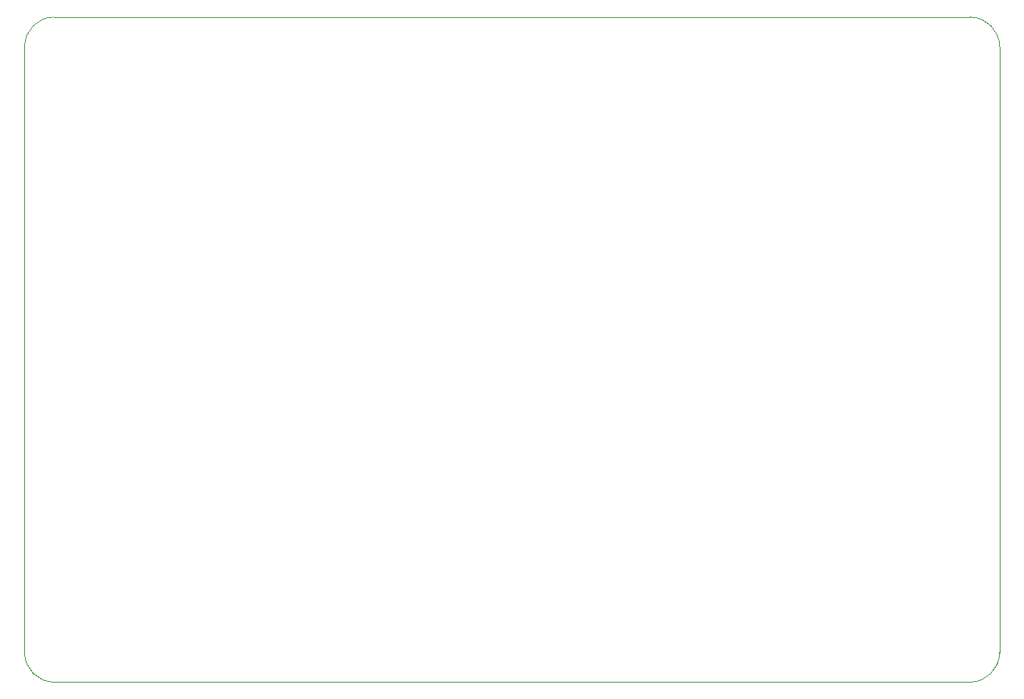
<source format=gm1>
G04 #@! TF.GenerationSoftware,KiCad,Pcbnew,(5.1.9)-1*
G04 #@! TF.CreationDate,2021-06-06T22:24:58-05:00*
G04 #@! TF.ProjectId,AirCloud,41697243-6c6f-4756-942e-6b696361645f,rev?*
G04 #@! TF.SameCoordinates,Original*
G04 #@! TF.FileFunction,Profile,NP*
%FSLAX46Y46*%
G04 Gerber Fmt 4.6, Leading zero omitted, Abs format (unit mm)*
G04 Created by KiCad (PCBNEW (5.1.9)-1) date 2021-06-06 22:24:58*
%MOMM*%
%LPD*%
G01*
G04 APERTURE LIST*
G04 #@! TA.AperFunction,Profile*
%ADD10C,0.050000*%
G04 #@! TD*
G04 APERTURE END LIST*
D10*
X234200000Y-67600000D02*
G75*
G02*
X237400000Y-70800000I0J-3200000D01*
G01*
X131800000Y-70800000D02*
G75*
G02*
X135000000Y-67600000I3200000J0D01*
G01*
X237400000Y-136500000D02*
G75*
G02*
X234200000Y-139700000I-3200000J0D01*
G01*
X135000000Y-139700000D02*
G75*
G02*
X131800000Y-136500000I0J3200000D01*
G01*
X234200000Y-139700000D02*
X135000000Y-139700000D01*
X131800000Y-136500000D02*
X131800000Y-70800000D01*
X234200000Y-67600000D02*
X135000000Y-67600000D01*
X237400000Y-136500000D02*
X237400000Y-70800000D01*
M02*

</source>
